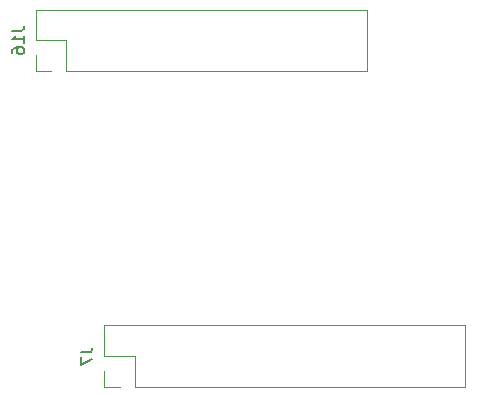
<source format=gbr>
G04 #@! TF.GenerationSoftware,KiCad,Pcbnew,5.0.2-bee76a0~70~ubuntu18.04.1*
G04 #@! TF.CreationDate,2019-03-08T13:42:59+01:00*
G04 #@! TF.ProjectId,BaseCircuit_V2,42617365-4369-4726-9375-69745f56322e,V1*
G04 #@! TF.SameCoordinates,Original*
G04 #@! TF.FileFunction,Legend,Bot*
G04 #@! TF.FilePolarity,Positive*
%FSLAX46Y46*%
G04 Gerber Fmt 4.6, Leading zero omitted, Abs format (unit mm)*
G04 Created by KiCad (PCBNEW 5.0.2-bee76a0~70~ubuntu18.04.1) date Fr 08 Mär 2019 13:42:59 CET*
%MOMM*%
%LPD*%
G01*
G04 APERTURE LIST*
%ADD10C,0.120000*%
%ADD11C,0.150000*%
G04 APERTURE END LIST*
D10*
G04 #@! TO.C,J16*
X70996500Y-40326000D02*
X70996500Y-42926000D01*
X70996500Y-40326000D02*
X99056500Y-40326000D01*
X99056500Y-40326000D02*
X99056500Y-45526000D01*
X73596500Y-45526000D02*
X99056500Y-45526000D01*
X73596500Y-42926000D02*
X73596500Y-45526000D01*
X70996500Y-42926000D02*
X73596500Y-42926000D01*
X70996500Y-45526000D02*
X72326500Y-45526000D01*
X70996500Y-44196000D02*
X70996500Y-45526000D01*
G04 #@! TO.C,J7*
X76775000Y-67059500D02*
X76775000Y-69659500D01*
X76775000Y-67059500D02*
X107375000Y-67059500D01*
X107375000Y-67059500D02*
X107375000Y-72259500D01*
X79375000Y-72259500D02*
X107375000Y-72259500D01*
X79375000Y-69659500D02*
X79375000Y-72259500D01*
X76775000Y-69659500D02*
X79375000Y-69659500D01*
X76775000Y-72259500D02*
X78105000Y-72259500D01*
X76775000Y-70929500D02*
X76775000Y-72259500D01*
G04 #@! TO.C,J16*
D11*
X69008880Y-42116476D02*
X69723166Y-42116476D01*
X69866023Y-42068857D01*
X69961261Y-41973619D01*
X70008880Y-41830761D01*
X70008880Y-41735523D01*
X70008880Y-43116476D02*
X70008880Y-42545047D01*
X70008880Y-42830761D02*
X69008880Y-42830761D01*
X69151738Y-42735523D01*
X69246976Y-42640285D01*
X69294595Y-42545047D01*
X69008880Y-43973619D02*
X69008880Y-43783142D01*
X69056500Y-43687904D01*
X69104119Y-43640285D01*
X69246976Y-43545047D01*
X69437452Y-43497428D01*
X69818404Y-43497428D01*
X69913642Y-43545047D01*
X69961261Y-43592666D01*
X70008880Y-43687904D01*
X70008880Y-43878380D01*
X69961261Y-43973619D01*
X69913642Y-44021238D01*
X69818404Y-44068857D01*
X69580309Y-44068857D01*
X69485071Y-44021238D01*
X69437452Y-43973619D01*
X69389833Y-43878380D01*
X69389833Y-43687904D01*
X69437452Y-43592666D01*
X69485071Y-43545047D01*
X69580309Y-43497428D01*
G04 #@! TO.C,J7*
X74787380Y-69326166D02*
X75501666Y-69326166D01*
X75644523Y-69278547D01*
X75739761Y-69183309D01*
X75787380Y-69040452D01*
X75787380Y-68945214D01*
X74787380Y-69707119D02*
X74787380Y-70373785D01*
X75787380Y-69945214D01*
G04 #@! TD*
M02*

</source>
